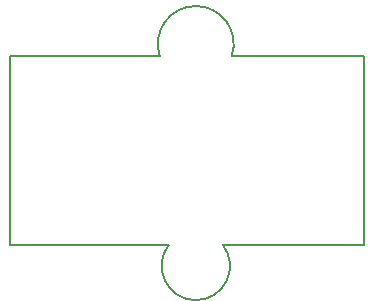
<source format=gbr>
G04 #@! TF.GenerationSoftware,KiCad,Pcbnew,(5.1.2)-2*
G04 #@! TF.CreationDate,2019-06-15T17:22:33+01:00*
G04 #@! TF.ProjectId,AS5600-breakout,41533536-3030-42d6-9272-65616b6f7574,rev?*
G04 #@! TF.SameCoordinates,Original*
G04 #@! TF.FileFunction,Profile,NP*
%FSLAX46Y46*%
G04 Gerber Fmt 4.6, Leading zero omitted, Abs format (unit mm)*
G04 Created by KiCad (PCBNEW (5.1.2)-2) date 2019-06-15 17:22:33*
%MOMM*%
%LPD*%
G04 APERTURE LIST*
%ADD10C,0.150000*%
G04 APERTURE END LIST*
D10*
X107441999Y-88137999D02*
X118618000Y-88138000D01*
X101343255Y-88129724D02*
X88646000Y-88138000D01*
X101343255Y-88129724D02*
G75*
G02X107441999Y-88137999I3050745J1007724D01*
G01*
X106679999Y-104140001D02*
G75*
G02X102108001Y-104140001I-2285999J-1777999D01*
G01*
X101600000Y-104140000D02*
X101346000Y-104140000D01*
X101600000Y-104140000D02*
X102108000Y-104140000D01*
X88646000Y-104140000D02*
X88646000Y-88138000D01*
X101346000Y-104140000D02*
X88646000Y-104140000D01*
X118618000Y-104140000D02*
X106679999Y-104140001D01*
X118618000Y-88138000D02*
X118618000Y-104140000D01*
M02*

</source>
